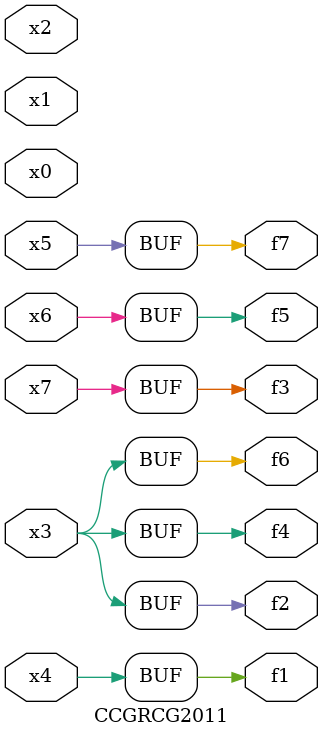
<source format=v>
module CCGRCG2011(
	input x0, x1, x2, x3, x4, x5, x6, x7,
	output f1, f2, f3, f4, f5, f6, f7
);
	assign f1 = x4;
	assign f2 = x3;
	assign f3 = x7;
	assign f4 = x3;
	assign f5 = x6;
	assign f6 = x3;
	assign f7 = x5;
endmodule

</source>
